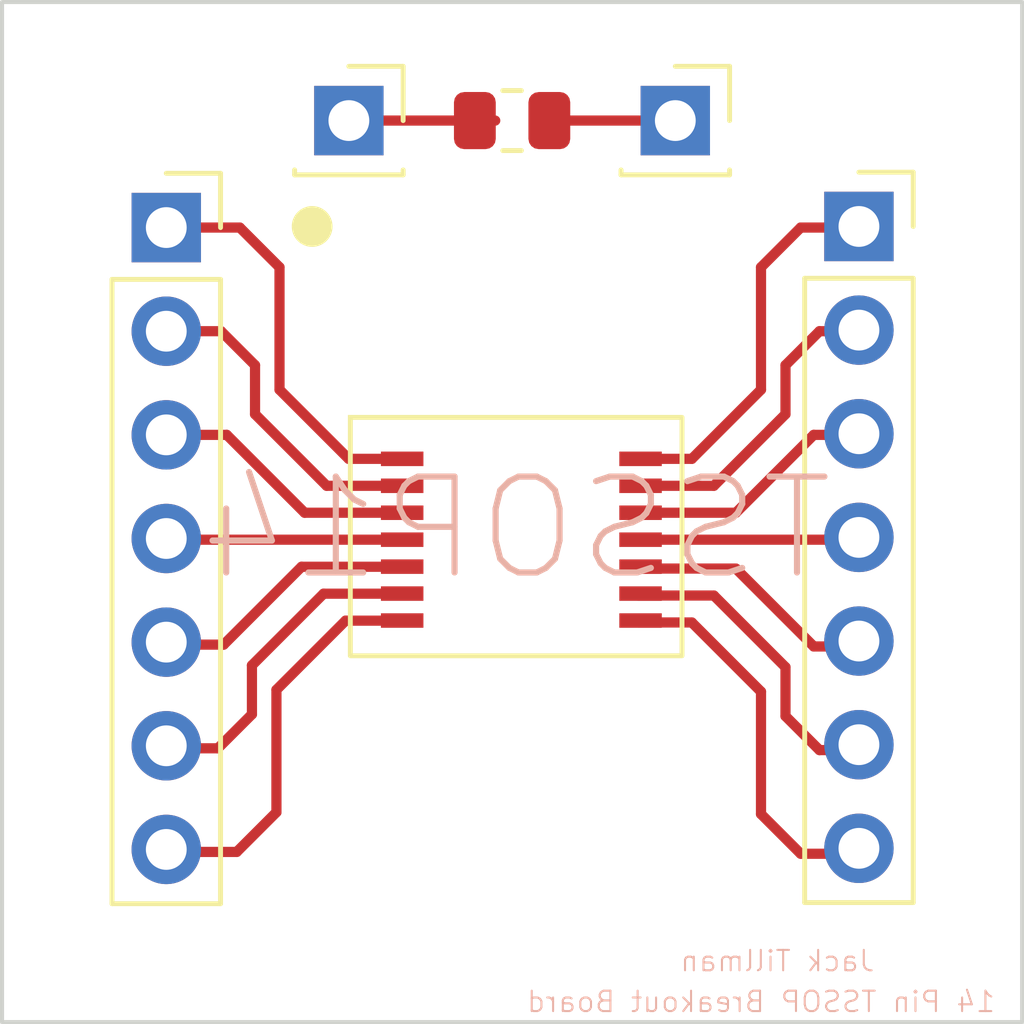
<source format=kicad_pcb>
(kicad_pcb (version 20211014) (generator pcbnew)
  (layers (0 "F.Cu" signal) (31 "B.Cu" signal) (34 "B.Paste" user) (35 "F.Paste" user) (36 "B.SilkS" user "B.Silkscreen") (37 "F.SilkS" user "F.Silkscreen") (38 "B.Mask" user) (39 "F.Mask" user) (44 "Edge.Cuts" user))
  (net 0 "")
  (net 1 "Net-(J1-Pad1)")
  (net 2 "Net-(J1-Pad2)")
  (net 3 "Net-(J1-Pad3)")
  (net 4 "Net-(J1-Pad4)")
  (net 5 "Net-(J3-Pad1)")
  (net 6 "Net-(J4-Pad1)")
  (net 7 "Net-(J1-Pad5)")
  (net 8 "Net-(J1-Pad6)")
  (net 9 "Net-(J1-Pad7)")
  (net 10 "Net-(J2-Pad1)")
  (net 11 "Net-(J2-Pad2)")
  (net 12 "Net-(J2-Pad3)")
  (net 13 "Net-(J2-Pad4)")
  (net 14 "Net-(J2-Pad5)")
  (net 15 "Net-(J2-Pad6)")
  (net 16 "Net-(J2-Pad7)")
  (footprint "Connector_PinSocket_2.54mm:PinSocket_1x07_P2.54mm_Vertical" (layer "F.Cu") (at 146.025 94.027)
    (fp_text reference "J1" hide)
    (fp_text value "Conn_01x07" hide)
    (fp_line (start 1.33 -1.33) (end 1.33 0) (layer "F.SilkS") (width 0.12))
    (fp_line (start -1.33 1.27) (end 1.33 1.27) (layer "F.SilkS") (width 0.12))
    (fp_line (start -1.33 1.27) (end -1.33 16.57) (layer "F.SilkS") (width 0.12))
    (fp_line (start 1.33 1.27) (end 1.33 16.57) (layer "F.SilkS") (width 0.12))
    (fp_line (start -1.33 16.57) (end 1.33 16.57) (layer "F.SilkS") (width 0.12))
    (fp_line (start 0 -1.33) (end 1.33 -1.33) (layer "F.SilkS") (width 0.12))
    (pad "1" thru_hole rect (at 0 0) (size 1.7 1.7) (drill 1) (layers *.Cu *.Mask) (net 1 "Net-(J1-Pad1)"))
    (pad "2" thru_hole oval (at 0 2.54) (size 1.7 1.7) (drill 1) (layers *.Cu *.Mask) (net 2 "Net-(J1-Pad2)"))
    (pad "3" thru_hole oval (at 0 5.08) (size 1.7 1.7) (drill 1) (layers *.Cu *.Mask) (net 3 "Net-(J1-Pad3)"))
    (pad "4" thru_hole oval (at 0 7.62) (size 1.7 1.7) (drill 1) (layers *.Cu *.Mask) (net 4 "Net-(J1-Pad4)"))
    (pad "5" thru_hole oval (at 0 10.16) (size 1.7 1.7) (drill 1) (layers *.Cu *.Mask) (net 7 "Net-(J1-Pad5)"))
    (pad "6" thru_hole oval (at 0 12.7) (size 1.7 1.7) (drill 1) (layers *.Cu *.Mask) (net 8 "Net-(J1-Pad6)"))
    (pad "7" thru_hole oval (at 0 15.24) (size 1.7 1.7) (drill 1) (layers *.Cu *.Mask) (net 9 "Net-(J1-Pad7)"))
  )
  (footprint "TSSOP_Footprints:14_Pin_TSSOP_Board" (layer "F.Cu") (at 154.727 103.759)
    (fp_text reference "TSSOP14" (at -0.127 -2.359 unlocked) (layer "B.SilkS") (effects (font (size 2.35 2.35)) (justify mirror)))
    (fp_text value "14_Pin_TSSOP_Board" hide)
    (fp_rect (start -4.191 -5.08) (end 3.937 0.762) (layer "F.SilkS") (width 0.12) (fill none))
    (pad "1" smd rect (at -2.921 -4.064) (size 1.0414 0.3556) (layers "F.Cu" "F.Paste" "F.Mask") (net 1 "Net-(J1-Pad1)"))
    (pad "2" smd rect (at -2.921 -3.4036) (size 1.0414 0.3556) (layers "F.Cu" "F.Paste" "F.Mask") (net 2 "Net-(J1-Pad2)"))
    (pad "3" smd rect (at -2.921 -2.7432) (size 1.0414 0.3556) (layers "F.Cu" "F.Paste" "F.Mask") (net 3 "Net-(J1-Pad3)"))
    (pad "4" smd rect (at -2.921 -2.0828) (size 1.0414 0.3556) (layers "F.Cu" "F.Paste" "F.Mask") (net 4 "Net-(J1-Pad4)"))
    (pad "5" smd rect (at -2.921 -1.4224) (size 1.0414 0.3556) (layers "F.Cu" "F.Paste" "F.Mask") (net 7 "Net-(J1-Pad5)"))
    (pad "6" smd rect (at -2.921 -0.762) (size 1.0414 0.3556) (layers "F.Cu" "F.Paste" "F.Mask") (net 8 "Net-(J1-Pad6)"))
    (pad "7" smd rect (at -2.921 -0.1016) (size 1.0414 0.3556) (layers "F.Cu" "F.Paste" "F.Mask") (net 9 "Net-(J1-Pad7)"))
    (pad "8" smd rect (at 2.921 -0.1016) (size 1.0414 0.3556) (layers "F.Cu" "F.Paste" "F.Mask") (net 16 "Net-(J2-Pad7)"))
    (pad "9" smd rect (at 2.921 -0.762) (size 1.0414 0.3556) (layers "F.Cu" "F.Paste" "F.Mask") (net 15 "Net-(J2-Pad6)"))
    (pad "10" smd rect (at 2.921 -1.4224) (size 1.0414 0.3556) (layers "F.Cu" "F.Paste" "F.Mask") (net 14 "Net-(J2-Pad5)"))
    (pad "11" smd rect (at 2.921 -2.0828) (size 1.0414 0.3556) (layers "F.Cu" "F.Paste" "F.Mask") (net 13 "Net-(J2-Pad4)"))
    (pad "12" smd rect (at 2.921 -2.7432) (size 1.0414 0.3556) (layers "F.Cu" "F.Paste" "F.Mask") (net 12 "Net-(J2-Pad3)"))
    (pad "13" smd rect (at 2.921 -3.4036) (size 1.0414 0.3556) (layers "F.Cu" "F.Paste" "F.Mask") (net 11 "Net-(J2-Pad2)"))
    (pad "14" smd rect (at 2.921 -4.064) (size 1.0414 0.3556) (layers "F.Cu" "F.Paste" "F.Mask") (net 10 "Net-(J2-Pad1)"))
  )
  (footprint "Connector_PinSocket_2.54mm:PinSocket_1x01_P2.54mm_Vertical" (layer "F.Cu") (at 158.5 91.405)
    (fp_text reference "J3" hide)
    (fp_text value "Conn_01x01" hide)
    (fp_line (start 0 -1.33) (end 1.33 -1.33) (layer "F.SilkS") (width 0.12))
    (fp_line (start -1.33 1.33) (end 1.33 1.33) (layer "F.SilkS") (width 0.12))
    (fp_line (start 1.33 -1.33) (end 1.33 0) (layer "F.SilkS") (width 0.12))
    (fp_line (start 1.33 1.21) (end 1.33 1.33) (layer "F.SilkS") (width 0.12))
    (fp_line (start -1.33 1.21) (end -1.33 1.33) (layer "F.SilkS") (width 0.12))
    (pad "1" thru_hole rect (at 0 0) (size 1.7 1.7) (drill 1) (layers *.Cu *.Mask) (net 5 "Net-(J3-Pad1)"))
  )
  (footprint "Resistor_SMD:R_0805_2012Metric" (layer "F.Cu") (at 154.5 91.405)
    (fp_text reference "R1" hide)
    (fp_text value "R_US" hide)
    (fp_line (start -0.227064 0.735) (end 0.227064 0.735) (layer "F.SilkS") (width 0.12))
    (fp_line (start -0.227064 -0.735) (end 0.227064 -0.735) (layer "F.SilkS") (width 0.12))
    (pad "1" smd roundrect (at -0.9125 0) (size 1.025 1.4) (layers "F.Cu" "F.Paste" "F.Mask") (roundrect_rratio 0.243902) (net 6 "Net-(J4-Pad1)"))
    (pad "2" smd roundrect (at 0.9125 0) (size 1.025 1.4) (layers "F.Cu" "F.Paste" "F.Mask") (roundrect_rratio 0.243902) (net 5 "Net-(J3-Pad1)"))
  )
  (footprint "Connector_PinSocket_2.54mm:PinSocket_1x01_P2.54mm_Vertical" (layer "F.Cu") (at 150.5 91.405)
    (fp_text reference "J4" hide)
    (fp_text value "Conn_01x01" hide)
    (fp_line (start -1.33 1.33) (end 1.33 1.33) (layer "F.SilkS") (width 0.12))
    (fp_line (start 1.33 1.21) (end 1.33 1.33) (layer "F.SilkS") (width 0.12))
    (fp_line (start 1.33 -1.33) (end 1.33 0) (layer "F.SilkS") (width 0.12))
    (fp_line (start 0 -1.33) (end 1.33 -1.33) (layer "F.SilkS") (width 0.12))
    (fp_line (start -1.33 1.21) (end -1.33 1.33) (layer "F.SilkS") (width 0.12))
    (pad "1" thru_hole rect (at 0 0) (size 1.7 1.7) (drill 1) (layers *.Cu *.Mask) (net 6 "Net-(J4-Pad1)"))
  )
  (footprint "Connector_PinSocket_2.54mm:PinSocket_1x07_P2.54mm_Vertical" (layer "F.Cu") (at 163 94)
    (fp_text reference "J2" hide)
    (fp_text value "Conn_01x07" hide)
    (fp_line (start -1.33 16.57) (end 1.33 16.57) (layer "F.SilkS") (width 0.12))
    (fp_line (start -1.33 1.27) (end -1.33 16.57) (layer "F.SilkS") (width 0.12))
    (fp_line (start 1.33 -1.33) (end 1.33 0) (layer "F.SilkS") (width 0.12))
    (fp_line (start 1.33 1.27) (end 1.33 16.57) (layer "F.SilkS") (width 0.12))
    (fp_line (start 0 -1.33) (end 1.33 -1.33) (layer "F.SilkS") (width 0.12))
    (fp_line (start -1.33 1.27) (end 1.33 1.27) (layer "F.SilkS") (width 0.12))
    (pad "1" thru_hole rect (at 0 0) (size 1.7 1.7) (drill 1) (layers *.Cu *.Mask) (net 10 "Net-(J2-Pad1)"))
    (pad "2" thru_hole oval (at 0 2.54) (size 1.7 1.7) (drill 1) (layers *.Cu *.Mask) (net 11 "Net-(J2-Pad2)"))
    (pad "3" thru_hole oval (at 0 5.08) (size 1.7 1.7) (drill 1) (layers *.Cu *.Mask) (net 12 "Net-(J2-Pad3)"))
    (pad "4" thru_hole oval (at 0 7.62) (size 1.7 1.7) (drill 1) (layers *.Cu *.Mask) (net 13 "Net-(J2-Pad4)"))
    (pad "5" thru_hole oval (at 0 10.16) (size 1.7 1.7) (drill 1) (layers *.Cu *.Mask) (net 14 "Net-(J2-Pad5)"))
    (pad "6" thru_hole oval (at 0 12.7) (size 1.7 1.7) (drill 1) (layers *.Cu *.Mask) (net 15 "Net-(J2-Pad6)"))
    (pad "7" thru_hole oval (at 0 15.24) (size 1.7 1.7) (drill 1) (layers *.Cu *.Mask) (net 16 "Net-(J2-Pad7)"))
  )
  (gr_circle (center 149.6 94) (end 150 94) (layer "F.SilkS") (width 0.2) (fill solid))
  (gr_rect (start 142 88.5) (end 167 113.5) (layer "Edge.Cuts") (width 0.1) (fill none))
  (gr_text "14 Pin TSSOP Breakout Board" (at 160.6 113) (layer "B.SilkS") (effects (font (size 0.5 0.5) (thickness 0.05)) (justify mirror)))
  (gr_text "Jack Tillman" (at 161 112) (layer "B.SilkS") (effects (font (size 0.5 0.5) (thickness 0.05)) (justify mirror)))
  (segment (start 148.8 95) (end 147.827 94.027) (width 0.25) (layer "F.Cu") (net 1))
  (segment (start 150.495 99.695) (end 148.8 98) (width 0.25) (layer "F.Cu") (net 1))
  (segment (start 151.806 99.695) (end 150.495 99.695) (width 0.25) (layer "F.Cu") (net 1))
  (segment (start 147.827 94.027) (end 146.025 94.027) (width 0.25) (layer "F.Cu") (net 1))
  (segment (start 148.8 98) (end 148.8 95) (width 0.25) (layer "F.Cu") (net 1))
  (segment (start 148.2 97.4) (end 147.367 96.567) (width 0.25) (layer "F.Cu") (net 2))
  (segment (start 147.367 96.567) (end 146.025 96.567) (width 0.25) (layer "F.Cu") (net 2))
  (segment (start 151.806 100.3554) (end 149.9554 100.3554) (width 0.25) (layer "F.Cu") (net 2))
  (segment (start 148.2 98.6) (end 148.2 97.4) (width 0.25) (layer "F.Cu") (net 2))
  (segment (start 149.9554 100.3554) (end 148.2 98.6) (width 0.25) (layer "F.Cu") (net 2))
  (segment (start 151.806 101.0158) (end 149.4158 101.0158) (width 0.25) (layer "F.Cu") (net 3))
  (segment (start 147.507 99.107) (end 146.025 99.107) (width 0.25) (layer "F.Cu") (net 3))
  (segment (start 149.4158 101.0158) (end 147.507 99.107) (width 0.25) (layer "F.Cu") (net 3))
  (segment (start 151.806 101.6762) (end 146.0542 101.6762) (width 0.25) (layer "F.Cu") (net 4))
  (segment (start 146.0542 101.6762) (end 146.025 101.647) (width 0.25) (layer "F.Cu") (net 4))
  (segment (start 155.9115 91.405) (end 159 91.405) (width 0.25) (layer "F.Cu") (net 5))
  (segment (start 151 91.405) (end 154.0865 91.405) (width 0.25) (layer "F.Cu") (net 6))
  (segment (start 147.4314 104.2484) (end 145.9494 104.2484) (width 0.25) (layer "F.Cu") (net 7))
  (segment (start 151.7304 102.3396) (end 149.3402 102.3396) (width 0.25) (layer "F.Cu") (net 7))
  (segment (start 149.3402 102.3396) (end 147.4314 104.2484) (width 0.25) (layer "F.Cu") (net 7))
  (segment (start 151.7304 103) (end 149.8798 103) (width 0.25) (layer "F.Cu") (net 8))
  (segment (start 147.2914 106.7884) (end 145.9494 106.7884) (width 0.25) (layer "F.Cu") (net 8))
  (segment (start 148.1244 104.7554) (end 148.1244 105.9554) (width 0.25) (layer "F.Cu") (net 8))
  (segment (start 149.8798 103) (end 148.1244 104.7554) (width 0.25) (layer "F.Cu") (net 8))
  (segment (start 148.1244 105.9554) (end 147.2914 106.7884) (width 0.25) (layer "F.Cu") (net 8))
  (segment (start 151.7304 103.6604) (end 150.4194 103.6604) (width 0.25) (layer "F.Cu") (net 9))
  (segment (start 148.7244 105.3554) (end 148.7244 108.3554) (width 0.25) (layer "F.Cu") (net 9))
  (segment (start 150.4194 103.6604) (end 148.7244 105.3554) (width 0.25) (layer "F.Cu") (net 9))
  (segment (start 147.7514 109.3284) (end 145.9494 109.3284) (width 0.25) (layer "F.Cu") (net 9))
  (segment (start 148.7244 108.3554) (end 147.7514 109.3284) (width 0.25) (layer "F.Cu") (net 9))
  (segment (start 160.6 98) (end 160.6 95) (width 0.25) (layer "F.Cu") (net 10))
  (segment (start 160.6 95) (end 161.573 94.027) (width 0.25) (layer "F.Cu") (net 10))
  (segment (start 158.905 99.695) (end 160.6 98) (width 0.25) (layer "F.Cu") (net 10))
  (segment (start 157.594 99.695) (end 158.905 99.695) (width 0.25) (layer "F.Cu") (net 10))
  (segment (start 161.573 94.027) (end 163.375 94.027) (width 0.25) (layer "F.Cu") (net 10))
  (segment (start 162.033 96.567) (end 163.375 96.567) (width 0.25) (layer "F.Cu") (net 11))
  (segment (start 161.2 97.4) (end 162.033 96.567) (width 0.25) (layer "F.Cu") (net 11))
  (segment (start 157.594 100.3554) (end 159.4446 100.3554) (width 0.25) (layer "F.Cu") (net 11))
  (segment (start 161.2 98.6) (end 161.2 97.4) (width 0.25) (layer "F.Cu") (net 11))
  (segment (start 159.4446 100.3554) (end 161.2 98.6) (width 0.25) (layer "F.Cu") (net 11))
  (segment (start 159.9842 101.0158) (end 161.893 99.107) (width 0.25) (layer "F.Cu") (net 12))
  (segment (start 157.594 101.0158) (end 159.9842 101.0158) (width 0.25) (layer "F.Cu") (net 12))
  (segment (start 161.893 99.107) (end 163.375 99.107) (width 0.25) (layer "F.Cu") (net 12))
  (segment (start 157.648 101.6762) (end 162.9438 101.6762) (width 0.25) (layer "F.Cu") (net 13))
  (segment (start 162.9438 101.6762) (end 163 101.62) (width 0.25) (layer "F.Cu") (net 13))
  (segment (start 157.594 102.3842) (end 159.9842 102.3842) (width 0.25) (layer "F.Cu") (net 14))
  (segment (start 159.9842 102.3842) (end 161.893 104.293) (width 0.25) (layer "F.Cu") (net 14))
  (segment (start 161.893 104.293) (end 163.375 104.293) (width 0.25) (layer "F.Cu") (net 14))
  (segment (start 161.2 106) (end 162.033 106.833) (width 0.25) (layer "F.Cu") (net 15))
  (segment (start 157.594 103.0446) (end 159.4446 103.0446) (width 0.25) (layer "F.Cu") (net 15))
  (segment (start 162.033 106.833) (end 163.375 106.833) (width 0.25) (layer "F.Cu") (net 15))
  (segment (start 159.4446 103.0446) (end 161.2 104.8) (width 0.25) (layer "F.Cu") (net 15))
  (segment (start 161.2 104.8) (end 161.2 106) (width 0.25) (layer "F.Cu") (net 15))
  (segment (start 157.594 103.705) (end 158.905 103.705) (width 0.25) (layer "F.Cu") (net 16))
  (segment (start 158.905 103.705) (end 160.6 105.4) (width 0.25) (layer "F.Cu") (net 16))
  (segment (start 160.6 105.4) (end 160.6 108.4) (width 0.25) (layer "F.Cu") (net 16))
  (segment (start 160.6 108.4) (end 161.573 109.373) (width 0.25) (layer "F.Cu") (net 16))
  (segment (start 161.573 109.373) (end 163.375 109.373) (width 0.25) (layer "F.Cu") (net 16))
)
</source>
